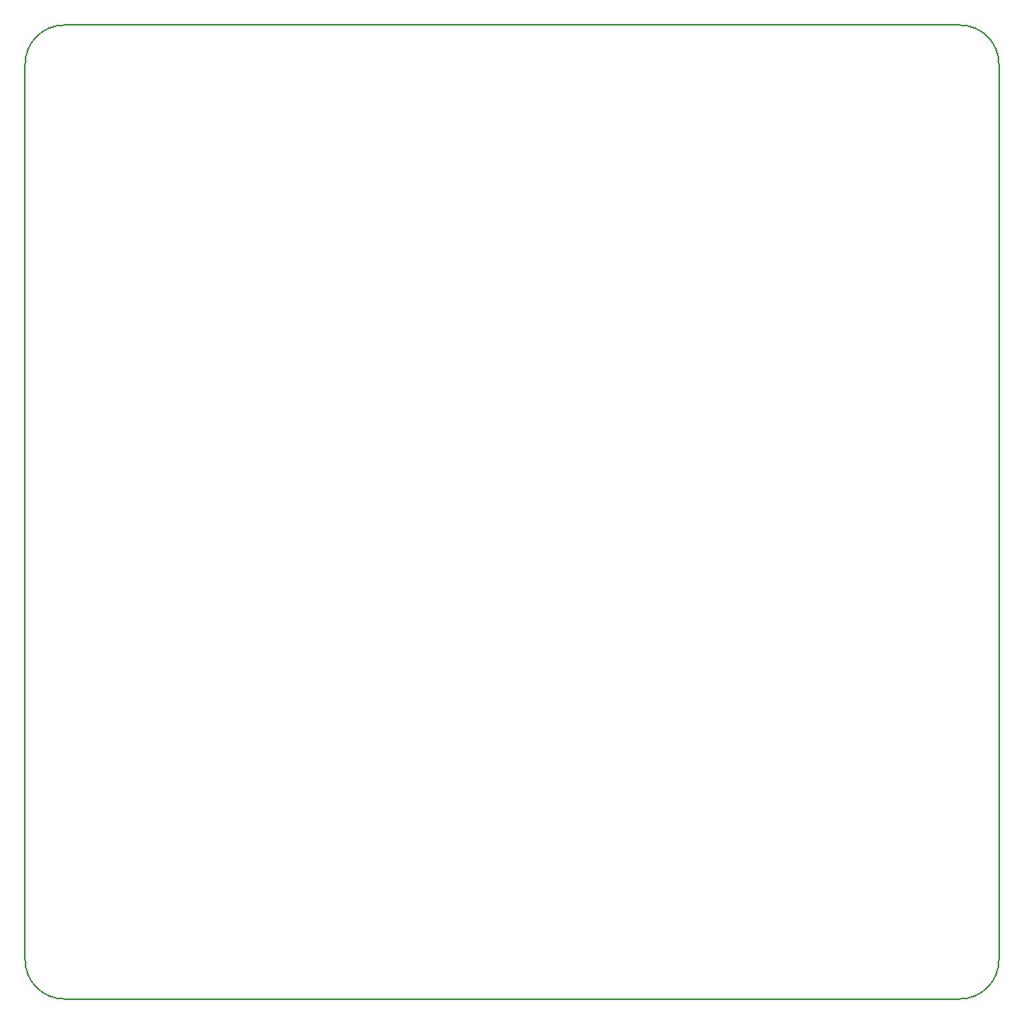
<source format=gm1>
%TF.GenerationSoftware,KiCad,Pcbnew,(5.1.9)-1*%
%TF.CreationDate,2021-04-04T21:18:01+08:00*%
%TF.ProjectId,AssemblyBoard,41737365-6d62-46c7-9942-6f6172642e6b,rev?*%
%TF.SameCoordinates,Original*%
%TF.FileFunction,Profile,NP*%
%FSLAX46Y46*%
G04 Gerber Fmt 4.6, Leading zero omitted, Abs format (unit mm)*
G04 Created by KiCad (PCBNEW (5.1.9)-1) date 2021-04-04 21:18:01*
%MOMM*%
%LPD*%
G01*
G04 APERTURE LIST*
%TA.AperFunction,Profile*%
%ADD10C,0.150000*%
%TD*%
G04 APERTURE END LIST*
D10*
X202870000Y-49250000D02*
X202870000Y-141250000D01*
X106870000Y-45250000D02*
X198870000Y-45250000D01*
X102870000Y-141250000D02*
X102870000Y-49250000D01*
X198870000Y-145250000D02*
X106870000Y-145250000D01*
X106870000Y-45250000D02*
G75*
G03*
X102870000Y-49250000I0J-4000000D01*
G01*
X202870000Y-49250000D02*
G75*
G03*
X198870000Y-45250000I-4000000J0D01*
G01*
X198870000Y-145250000D02*
G75*
G03*
X202870000Y-141250000I0J4000000D01*
G01*
X102870000Y-141250000D02*
G75*
G03*
X106870000Y-145250000I4000000J0D01*
G01*
M02*

</source>
